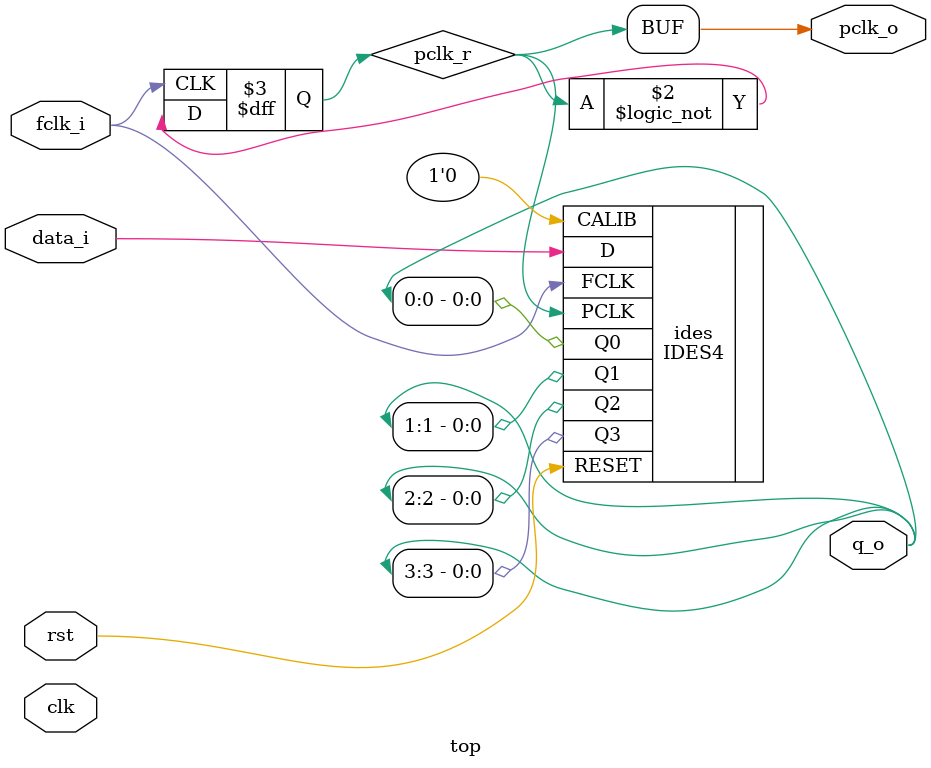
<source format=v>
`default_nettype none
module top(input wire clk, 
	input wire rst, 
	input wire fclk_i,
	input wire data_i,
	output wire pclk_o,
	output wire [7:0]q_o);

    IDES4 ides(
        .D(data_i),
		.FCLK(fclk_i),
		.PCLK(pclk_o),
		.CALIB(1'b0),
		.RESET(rst),
        .Q0(q_o[0]),
        .Q1(q_o[1]),
        .Q2(q_o[2]),
        .Q3(q_o[3])
    );
	defparam ides.GSREN="false";
	defparam ides.LSREN="true";

    reg pclk_r;
    always @(posedge fclk_i) begin
        pclk_r <= !pclk_r;
    end
	assign pclk_o = pclk_r;

endmodule

</source>
